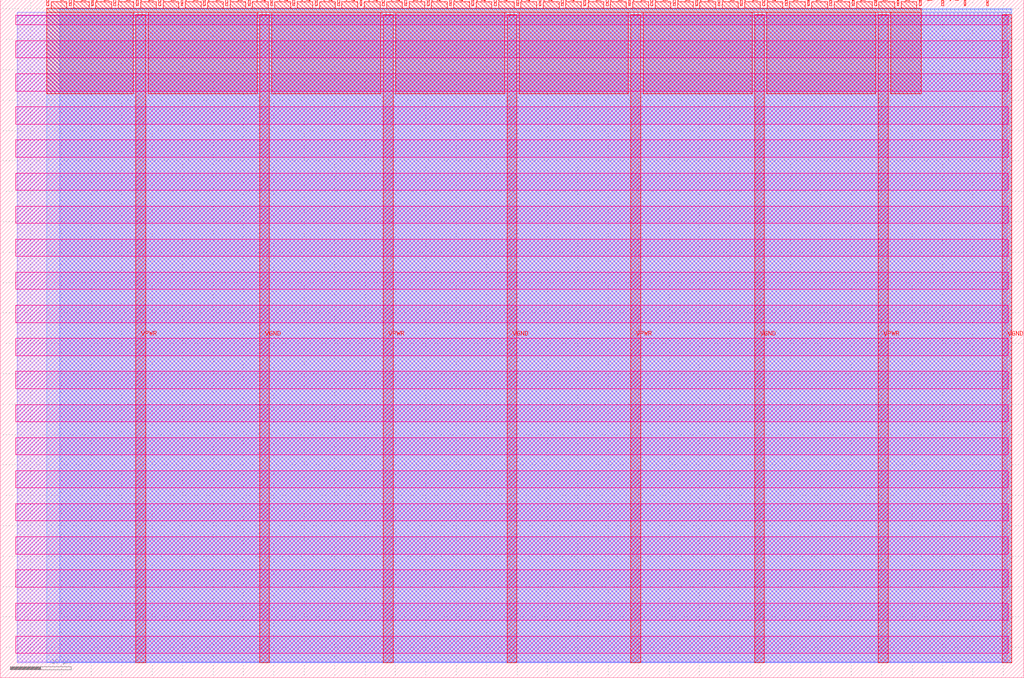
<source format=lef>
VERSION 5.7 ;
  NOWIREEXTENSIONATPIN ON ;
  DIVIDERCHAR "/" ;
  BUSBITCHARS "[]" ;
MACRO tt_um_chiplet_jtag
  CLASS BLOCK ;
  FOREIGN tt_um_chiplet_jtag ;
  ORIGIN 0.000 0.000 ;
  SIZE 168.360 BY 111.520 ;
  PIN VGND
    DIRECTION INOUT ;
    USE GROUND ;
    PORT
      LAYER met4 ;
        RECT 42.670 2.480 44.270 109.040 ;
    END
    PORT
      LAYER met4 ;
        RECT 83.380 2.480 84.980 109.040 ;
    END
    PORT
      LAYER met4 ;
        RECT 124.090 2.480 125.690 109.040 ;
    END
    PORT
      LAYER met4 ;
        RECT 164.800 2.480 166.400 109.040 ;
    END
  END VGND
  PIN VPWR
    DIRECTION INOUT ;
    USE POWER ;
    PORT
      LAYER met4 ;
        RECT 22.315 2.480 23.915 109.040 ;
    END
    PORT
      LAYER met4 ;
        RECT 63.025 2.480 64.625 109.040 ;
    END
    PORT
      LAYER met4 ;
        RECT 103.735 2.480 105.335 109.040 ;
    END
    PORT
      LAYER met4 ;
        RECT 144.445 2.480 146.045 109.040 ;
    END
  END VPWR
  PIN clk
    DIRECTION INPUT ;
    USE SIGNAL ;
    PORT
      LAYER met4 ;
        RECT 158.550 110.520 158.850 111.520 ;
    END
  END clk
  PIN ena
    DIRECTION INPUT ;
    USE SIGNAL ;
    PORT
      LAYER met4 ;
        RECT 162.230 110.520 162.530 111.520 ;
    END
  END ena
  PIN rst_n
    DIRECTION INPUT ;
    USE SIGNAL ;
    PORT
      LAYER met4 ;
        RECT 154.870 110.520 155.170 111.520 ;
    END
  END rst_n
  PIN ui_in[0]
    DIRECTION INPUT ;
    USE SIGNAL ;
    ANTENNAGATEAREA 0.196500 ;
    PORT
      LAYER met4 ;
        RECT 151.190 110.520 151.490 111.520 ;
    END
  END ui_in[0]
  PIN ui_in[1]
    DIRECTION INPUT ;
    USE SIGNAL ;
    ANTENNAGATEAREA 0.196500 ;
    PORT
      LAYER met4 ;
        RECT 147.510 110.520 147.810 111.520 ;
    END
  END ui_in[1]
  PIN ui_in[2]
    DIRECTION INPUT ;
    USE SIGNAL ;
    ANTENNAGATEAREA 0.196500 ;
    PORT
      LAYER met4 ;
        RECT 143.830 110.520 144.130 111.520 ;
    END
  END ui_in[2]
  PIN ui_in[3]
    DIRECTION INPUT ;
    USE SIGNAL ;
    ANTENNAGATEAREA 0.196500 ;
    PORT
      LAYER met4 ;
        RECT 140.150 110.520 140.450 111.520 ;
    END
  END ui_in[3]
  PIN ui_in[4]
    DIRECTION INPUT ;
    USE SIGNAL ;
    ANTENNAGATEAREA 0.196500 ;
    PORT
      LAYER met4 ;
        RECT 136.470 110.520 136.770 111.520 ;
    END
  END ui_in[4]
  PIN ui_in[5]
    DIRECTION INPUT ;
    USE SIGNAL ;
    ANTENNAGATEAREA 0.196500 ;
    PORT
      LAYER met4 ;
        RECT 132.790 110.520 133.090 111.520 ;
    END
  END ui_in[5]
  PIN ui_in[6]
    DIRECTION INPUT ;
    USE SIGNAL ;
    ANTENNAGATEAREA 0.196500 ;
    PORT
      LAYER met4 ;
        RECT 129.110 110.520 129.410 111.520 ;
    END
  END ui_in[6]
  PIN ui_in[7]
    DIRECTION INPUT ;
    USE SIGNAL ;
    ANTENNAGATEAREA 0.196500 ;
    PORT
      LAYER met4 ;
        RECT 125.430 110.520 125.730 111.520 ;
    END
  END ui_in[7]
  PIN uio_in[0]
    DIRECTION INPUT ;
    USE SIGNAL ;
    ANTENNAGATEAREA 0.213000 ;
    PORT
      LAYER met4 ;
        RECT 121.750 110.520 122.050 111.520 ;
    END
  END uio_in[0]
  PIN uio_in[1]
    DIRECTION INPUT ;
    USE SIGNAL ;
    ANTENNAGATEAREA 0.213000 ;
    PORT
      LAYER met4 ;
        RECT 118.070 110.520 118.370 111.520 ;
    END
  END uio_in[1]
  PIN uio_in[2]
    DIRECTION INPUT ;
    USE SIGNAL ;
    ANTENNAGATEAREA 0.126000 ;
    PORT
      LAYER met4 ;
        RECT 114.390 110.520 114.690 111.520 ;
    END
  END uio_in[2]
  PIN uio_in[3]
    DIRECTION INPUT ;
    USE SIGNAL ;
    ANTENNAGATEAREA 0.213000 ;
    PORT
      LAYER met4 ;
        RECT 110.710 110.520 111.010 111.520 ;
    END
  END uio_in[3]
  PIN uio_in[4]
    DIRECTION INPUT ;
    USE SIGNAL ;
    PORT
      LAYER met4 ;
        RECT 107.030 110.520 107.330 111.520 ;
    END
  END uio_in[4]
  PIN uio_in[5]
    DIRECTION INPUT ;
    USE SIGNAL ;
    PORT
      LAYER met4 ;
        RECT 103.350 110.520 103.650 111.520 ;
    END
  END uio_in[5]
  PIN uio_in[6]
    DIRECTION INPUT ;
    USE SIGNAL ;
    ANTENNAGATEAREA 0.196500 ;
    PORT
      LAYER met4 ;
        RECT 99.670 110.520 99.970 111.520 ;
    END
  END uio_in[6]
  PIN uio_in[7]
    DIRECTION INPUT ;
    USE SIGNAL ;
    ANTENNAGATEAREA 0.196500 ;
    PORT
      LAYER met4 ;
        RECT 95.990 110.520 96.290 111.520 ;
    END
  END uio_in[7]
  PIN uio_oe[0]
    DIRECTION OUTPUT TRISTATE ;
    USE SIGNAL ;
    PORT
      LAYER met4 ;
        RECT 33.430 110.520 33.730 111.520 ;
    END
  END uio_oe[0]
  PIN uio_oe[1]
    DIRECTION OUTPUT TRISTATE ;
    USE SIGNAL ;
    PORT
      LAYER met4 ;
        RECT 29.750 110.520 30.050 111.520 ;
    END
  END uio_oe[1]
  PIN uio_oe[2]
    DIRECTION OUTPUT TRISTATE ;
    USE SIGNAL ;
    PORT
      LAYER met4 ;
        RECT 26.070 110.520 26.370 111.520 ;
    END
  END uio_oe[2]
  PIN uio_oe[3]
    DIRECTION OUTPUT TRISTATE ;
    USE SIGNAL ;
    PORT
      LAYER met4 ;
        RECT 22.390 110.520 22.690 111.520 ;
    END
  END uio_oe[3]
  PIN uio_oe[4]
    DIRECTION OUTPUT TRISTATE ;
    USE SIGNAL ;
    PORT
      LAYER met4 ;
        RECT 18.710 110.520 19.010 111.520 ;
    END
  END uio_oe[4]
  PIN uio_oe[5]
    DIRECTION OUTPUT TRISTATE ;
    USE SIGNAL ;
    PORT
      LAYER met4 ;
        RECT 15.030 110.520 15.330 111.520 ;
    END
  END uio_oe[5]
  PIN uio_oe[6]
    DIRECTION OUTPUT TRISTATE ;
    USE SIGNAL ;
    ANTENNAGATEAREA 0.252000 ;
    ANTENNADIFFAREA 0.891000 ;
    PORT
      LAYER met4 ;
        RECT 11.350 110.520 11.650 111.520 ;
    END
  END uio_oe[6]
  PIN uio_oe[7]
    DIRECTION OUTPUT TRISTATE ;
    USE SIGNAL ;
    ANTENNAGATEAREA 0.252000 ;
    ANTENNADIFFAREA 0.891000 ;
    PORT
      LAYER met4 ;
        RECT 7.670 110.520 7.970 111.520 ;
    END
  END uio_oe[7]
  PIN uio_out[0]
    DIRECTION OUTPUT TRISTATE ;
    USE SIGNAL ;
    PORT
      LAYER met4 ;
        RECT 62.870 110.520 63.170 111.520 ;
    END
  END uio_out[0]
  PIN uio_out[1]
    DIRECTION OUTPUT TRISTATE ;
    USE SIGNAL ;
    PORT
      LAYER met4 ;
        RECT 59.190 110.520 59.490 111.520 ;
    END
  END uio_out[1]
  PIN uio_out[2]
    DIRECTION OUTPUT TRISTATE ;
    USE SIGNAL ;
    PORT
      LAYER met4 ;
        RECT 55.510 110.520 55.810 111.520 ;
    END
  END uio_out[2]
  PIN uio_out[3]
    DIRECTION OUTPUT TRISTATE ;
    USE SIGNAL ;
    PORT
      LAYER met4 ;
        RECT 51.830 110.520 52.130 111.520 ;
    END
  END uio_out[3]
  PIN uio_out[4]
    DIRECTION OUTPUT TRISTATE ;
    USE SIGNAL ;
    ANTENNADIFFAREA 0.795200 ;
    PORT
      LAYER met4 ;
        RECT 48.150 110.520 48.450 111.520 ;
    END
  END uio_out[4]
  PIN uio_out[5]
    DIRECTION OUTPUT TRISTATE ;
    USE SIGNAL ;
    ANTENNADIFFAREA 0.445500 ;
    PORT
      LAYER met4 ;
        RECT 44.470 110.520 44.770 111.520 ;
    END
  END uio_out[5]
  PIN uio_out[6]
    DIRECTION OUTPUT TRISTATE ;
    USE SIGNAL ;
    ANTENNAGATEAREA 0.126000 ;
    ANTENNADIFFAREA 0.891000 ;
    PORT
      LAYER met4 ;
        RECT 40.790 110.520 41.090 111.520 ;
    END
  END uio_out[6]
  PIN uio_out[7]
    DIRECTION OUTPUT TRISTATE ;
    USE SIGNAL ;
    ANTENNAGATEAREA 0.126000 ;
    ANTENNADIFFAREA 0.891000 ;
    PORT
      LAYER met4 ;
        RECT 37.110 110.520 37.410 111.520 ;
    END
  END uio_out[7]
  PIN uo_out[0]
    DIRECTION OUTPUT TRISTATE ;
    USE SIGNAL ;
    ANTENNAGATEAREA 0.126000 ;
    ANTENNADIFFAREA 0.891000 ;
    PORT
      LAYER met4 ;
        RECT 92.310 110.520 92.610 111.520 ;
    END
  END uo_out[0]
  PIN uo_out[1]
    DIRECTION OUTPUT TRISTATE ;
    USE SIGNAL ;
    ANTENNAGATEAREA 0.126000 ;
    ANTENNADIFFAREA 0.891000 ;
    PORT
      LAYER met4 ;
        RECT 88.630 110.520 88.930 111.520 ;
    END
  END uo_out[1]
  PIN uo_out[2]
    DIRECTION OUTPUT TRISTATE ;
    USE SIGNAL ;
    ANTENNAGATEAREA 0.126000 ;
    ANTENNADIFFAREA 0.891000 ;
    PORT
      LAYER met4 ;
        RECT 84.950 110.520 85.250 111.520 ;
    END
  END uo_out[2]
  PIN uo_out[3]
    DIRECTION OUTPUT TRISTATE ;
    USE SIGNAL ;
    ANTENNAGATEAREA 0.126000 ;
    ANTENNADIFFAREA 0.891000 ;
    PORT
      LAYER met4 ;
        RECT 81.270 110.520 81.570 111.520 ;
    END
  END uo_out[3]
  PIN uo_out[4]
    DIRECTION OUTPUT TRISTATE ;
    USE SIGNAL ;
    ANTENNAGATEAREA 0.126000 ;
    ANTENNADIFFAREA 0.891000 ;
    PORT
      LAYER met4 ;
        RECT 77.590 110.520 77.890 111.520 ;
    END
  END uo_out[4]
  PIN uo_out[5]
    DIRECTION OUTPUT TRISTATE ;
    USE SIGNAL ;
    ANTENNAGATEAREA 0.126000 ;
    ANTENNADIFFAREA 0.891000 ;
    PORT
      LAYER met4 ;
        RECT 73.910 110.520 74.210 111.520 ;
    END
  END uo_out[5]
  PIN uo_out[6]
    DIRECTION OUTPUT TRISTATE ;
    USE SIGNAL ;
    ANTENNAGATEAREA 0.126000 ;
    ANTENNADIFFAREA 0.891000 ;
    PORT
      LAYER met4 ;
        RECT 70.230 110.520 70.530 111.520 ;
    END
  END uo_out[6]
  PIN uo_out[7]
    DIRECTION OUTPUT TRISTATE ;
    USE SIGNAL ;
    ANTENNAGATEAREA 0.126000 ;
    ANTENNADIFFAREA 0.891000 ;
    PORT
      LAYER met4 ;
        RECT 66.550 110.520 66.850 111.520 ;
    END
  END uo_out[7]
  OBS
      LAYER nwell ;
        RECT 2.570 107.385 165.790 108.990 ;
        RECT 2.570 101.945 165.790 104.775 ;
        RECT 2.570 96.505 165.790 99.335 ;
        RECT 2.570 91.065 165.790 93.895 ;
        RECT 2.570 85.625 165.790 88.455 ;
        RECT 2.570 80.185 165.790 83.015 ;
        RECT 2.570 74.745 165.790 77.575 ;
        RECT 2.570 69.305 165.790 72.135 ;
        RECT 2.570 63.865 165.790 66.695 ;
        RECT 2.570 58.425 165.790 61.255 ;
        RECT 2.570 52.985 165.790 55.815 ;
        RECT 2.570 47.545 165.790 50.375 ;
        RECT 2.570 42.105 165.790 44.935 ;
        RECT 2.570 36.665 165.790 39.495 ;
        RECT 2.570 31.225 165.790 34.055 ;
        RECT 2.570 25.785 165.790 28.615 ;
        RECT 2.570 20.345 165.790 23.175 ;
        RECT 2.570 14.905 165.790 17.735 ;
        RECT 2.570 9.465 165.790 12.295 ;
        RECT 2.570 4.025 165.790 6.855 ;
      LAYER li1 ;
        RECT 2.760 2.635 165.600 108.885 ;
      LAYER met1 ;
        RECT 2.760 2.480 166.400 109.440 ;
      LAYER met2 ;
        RECT 9.760 2.535 166.370 110.005 ;
      LAYER met3 ;
        RECT 7.630 2.555 166.390 109.985 ;
      LAYER met4 ;
        RECT 8.370 110.120 10.950 111.170 ;
        RECT 12.050 110.120 14.630 111.170 ;
        RECT 15.730 110.120 18.310 111.170 ;
        RECT 19.410 110.120 21.990 111.170 ;
        RECT 23.090 110.120 25.670 111.170 ;
        RECT 26.770 110.120 29.350 111.170 ;
        RECT 30.450 110.120 33.030 111.170 ;
        RECT 34.130 110.120 36.710 111.170 ;
        RECT 37.810 110.120 40.390 111.170 ;
        RECT 41.490 110.120 44.070 111.170 ;
        RECT 45.170 110.120 47.750 111.170 ;
        RECT 48.850 110.120 51.430 111.170 ;
        RECT 52.530 110.120 55.110 111.170 ;
        RECT 56.210 110.120 58.790 111.170 ;
        RECT 59.890 110.120 62.470 111.170 ;
        RECT 63.570 110.120 66.150 111.170 ;
        RECT 67.250 110.120 69.830 111.170 ;
        RECT 70.930 110.120 73.510 111.170 ;
        RECT 74.610 110.120 77.190 111.170 ;
        RECT 78.290 110.120 80.870 111.170 ;
        RECT 81.970 110.120 84.550 111.170 ;
        RECT 85.650 110.120 88.230 111.170 ;
        RECT 89.330 110.120 91.910 111.170 ;
        RECT 93.010 110.120 95.590 111.170 ;
        RECT 96.690 110.120 99.270 111.170 ;
        RECT 100.370 110.120 102.950 111.170 ;
        RECT 104.050 110.120 106.630 111.170 ;
        RECT 107.730 110.120 110.310 111.170 ;
        RECT 111.410 110.120 113.990 111.170 ;
        RECT 115.090 110.120 117.670 111.170 ;
        RECT 118.770 110.120 121.350 111.170 ;
        RECT 122.450 110.120 125.030 111.170 ;
        RECT 126.130 110.120 128.710 111.170 ;
        RECT 129.810 110.120 132.390 111.170 ;
        RECT 133.490 110.120 136.070 111.170 ;
        RECT 137.170 110.120 139.750 111.170 ;
        RECT 140.850 110.120 143.430 111.170 ;
        RECT 144.530 110.120 147.110 111.170 ;
        RECT 148.210 110.120 150.790 111.170 ;
        RECT 7.655 109.440 151.505 110.120 ;
        RECT 7.655 96.055 21.915 109.440 ;
        RECT 24.315 96.055 42.270 109.440 ;
        RECT 44.670 96.055 62.625 109.440 ;
        RECT 65.025 96.055 82.980 109.440 ;
        RECT 85.380 96.055 103.335 109.440 ;
        RECT 105.735 96.055 123.690 109.440 ;
        RECT 126.090 96.055 144.045 109.440 ;
        RECT 146.445 96.055 151.505 109.440 ;
  END
END tt_um_chiplet_jtag
END LIBRARY


</source>
